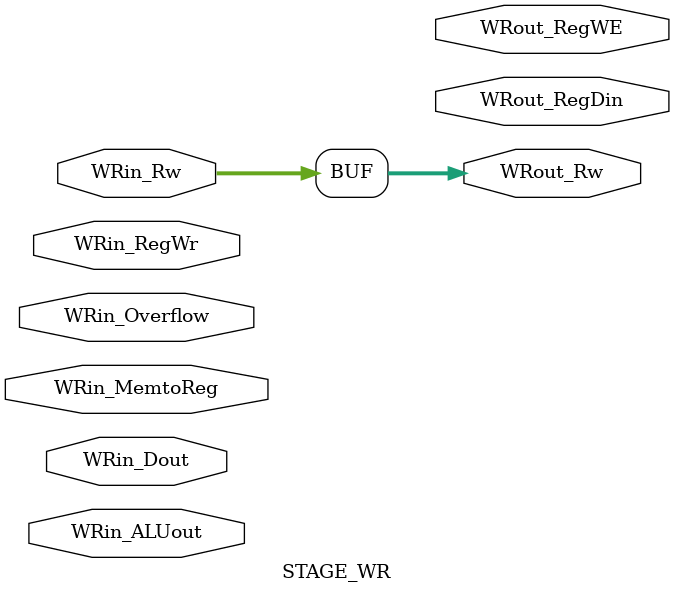
<source format=v>
`timescale 1ns / 1ps

module STAGE_WR (
    input      [31:0]  WRin_Dout,              // Data memory output from MEM/WR register
    input      [31:0]  WRin_ALUout,            // ALU result from MEM/WR register
    input      [4:0]   WRin_Rw,                // Register write address from MEM/WR register
    input              WRin_Overflow,          // ALU overflow flag from MEM/WR register
    input              WRin_MemtoReg,          // Memory to register from MEM/WR register
    input              WRin_RegWr,            // Register write enable from MEM/WR register
    output     [31:0]  WRout_RegDin,           // Register write data to ID stage
    output     [4:0]   WRout_Rw,               // Register write address to ID stage
    output             WRout_RegWE             // Register write enable to ID stage
);



    // Pass through signals
    assign WRout_Rw = WRin_Rw;

endmodule

</source>
